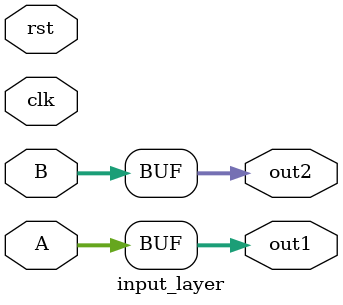
<source format=v>



module input_layer(clk, rst, A, B, out1, out2);

parameter DWIDTH=32;
parameter frac=24;
input clk, rst;
input signed [DWIDTH-1:0] A, B;
output signed [DWIDTH-1:0] out1, out2;
assign out1 = A;
assign out2 = B;
endmodule
</source>
